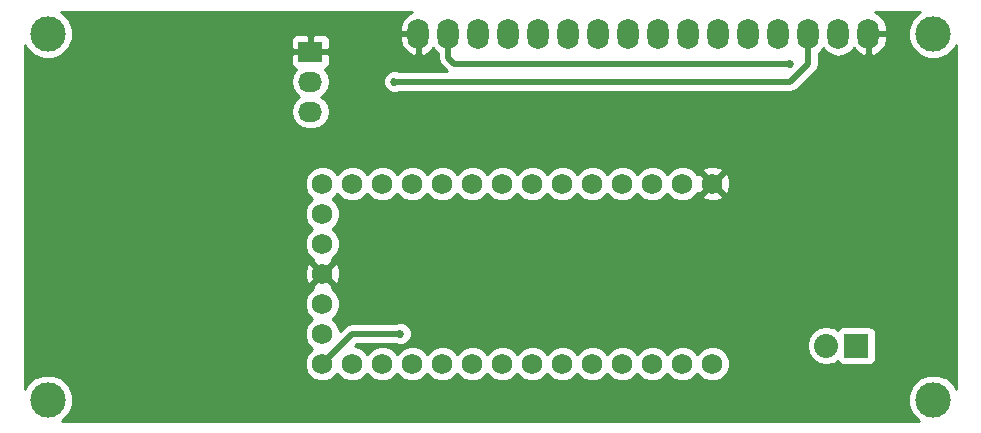
<source format=gbl>
G04 #@! TF.FileFunction,Copper,L2,Bot,Signal*
%FSLAX46Y46*%
G04 Gerber Fmt 4.6, Leading zero omitted, Abs format (unit mm)*
G04 Created by KiCad (PCBNEW 4.0.1-3.201512221402+6198~38~ubuntu14.04.1-stable) date Sat 30 Jul 2016 09:56:49 PM PDT*
%MOMM*%
G01*
G04 APERTURE LIST*
%ADD10C,0.100000*%
%ADD11R,2.032000X2.032000*%
%ADD12O,2.032000X2.032000*%
%ADD13O,1.800000X2.600000*%
%ADD14C,3.000000*%
%ADD15R,2.032000X1.727200*%
%ADD16O,2.032000X1.727200*%
%ADD17C,1.727200*%
%ADD18C,0.685800*%
%ADD19C,0.508000*%
%ADD20C,0.254000*%
G04 APERTURE END LIST*
D10*
D11*
X169164000Y-106172000D03*
D12*
X166624000Y-106172000D03*
D13*
X170180000Y-79756000D03*
X167640000Y-79756000D03*
X165100000Y-79756000D03*
X162560000Y-79756000D03*
X160020000Y-79756000D03*
X157480000Y-79756000D03*
X154940000Y-79756000D03*
X152400000Y-79756000D03*
X149860000Y-79756000D03*
X147320000Y-79756000D03*
X144780000Y-79756000D03*
X142240000Y-79756000D03*
X139700000Y-79756000D03*
X137160000Y-79756000D03*
X134620000Y-79756000D03*
X132080000Y-79756000D03*
D14*
X175679100Y-79756000D03*
X175679100Y-110756700D03*
X100680520Y-110756700D03*
X100680520Y-79756000D03*
D15*
X122936000Y-81280000D03*
D16*
X122936000Y-83820000D03*
X122936000Y-86360000D03*
D17*
X156972000Y-92456000D03*
X154432000Y-92456000D03*
X151892000Y-92456000D03*
X149352000Y-92456000D03*
X146812000Y-92456000D03*
X144272000Y-92456000D03*
X141732000Y-92456000D03*
X139192000Y-92456000D03*
X136652000Y-92456000D03*
X134112000Y-92456000D03*
X131572000Y-92456000D03*
X129032000Y-92456000D03*
X126492000Y-92456000D03*
X123952000Y-92456000D03*
X123952000Y-94996000D03*
X123952000Y-97536000D03*
X123952000Y-100076000D03*
X123952000Y-102616000D03*
X123952000Y-105156000D03*
X123952000Y-107696000D03*
X131572000Y-107696000D03*
X151892000Y-107696000D03*
X136652000Y-107696000D03*
X134112000Y-107696000D03*
X154432000Y-107696000D03*
X146812000Y-107696000D03*
X156972000Y-107696000D03*
X144272000Y-107696000D03*
X141732000Y-107696000D03*
X139192000Y-107696000D03*
X149352000Y-107696000D03*
X126492000Y-107696000D03*
X129032000Y-107696000D03*
D18*
X102616000Y-102616000D03*
X107188000Y-107696000D03*
X166624000Y-94488000D03*
X172720000Y-95504000D03*
X163576000Y-82296000D03*
X130048000Y-83820000D03*
X130556000Y-105156000D03*
D19*
X135128000Y-82296000D02*
X134620000Y-81788000D01*
X134620000Y-81788000D02*
X134620000Y-79756000D01*
X163576000Y-82296000D02*
X135128000Y-82296000D01*
X163576000Y-83820000D02*
X165100000Y-82296000D01*
X165100000Y-82296000D02*
X165100000Y-79756000D01*
X130048000Y-83820000D02*
X163576000Y-83820000D01*
X126492000Y-105156000D02*
X130556000Y-105156000D01*
X123952000Y-107696000D02*
X126492000Y-105156000D01*
D20*
G36*
X131084394Y-78180788D02*
X130710446Y-78651248D01*
X130545000Y-79229000D01*
X130545000Y-79629000D01*
X131953000Y-79629000D01*
X131953000Y-79609000D01*
X132207000Y-79609000D01*
X132207000Y-79629000D01*
X132227000Y-79629000D01*
X132227000Y-79883000D01*
X132207000Y-79883000D01*
X132207000Y-81526378D01*
X132444740Y-81647036D01*
X132550086Y-81622756D01*
X133075606Y-81331212D01*
X133343808Y-80993790D01*
X133534591Y-81279318D01*
X133731000Y-81410554D01*
X133731000Y-81788000D01*
X133798671Y-82128206D01*
X133991382Y-82416618D01*
X134499382Y-82924618D01*
X134508933Y-82931000D01*
X130457055Y-82931000D01*
X130243370Y-82842270D01*
X129854337Y-82841931D01*
X129494788Y-82990493D01*
X129219460Y-83265341D01*
X129070270Y-83624630D01*
X129069931Y-84013663D01*
X129218493Y-84373212D01*
X129493341Y-84648540D01*
X129852630Y-84797730D01*
X130241663Y-84798069D01*
X130457227Y-84709000D01*
X163576000Y-84709000D01*
X163916206Y-84641329D01*
X164204618Y-84448618D01*
X165728618Y-82924618D01*
X165921329Y-82636206D01*
X165989000Y-82296000D01*
X165989000Y-81410554D01*
X166185409Y-81279318D01*
X166370000Y-81003058D01*
X166554591Y-81279318D01*
X167052581Y-81612064D01*
X167640000Y-81728909D01*
X168227419Y-81612064D01*
X168725409Y-81279318D01*
X168916192Y-80993790D01*
X169184394Y-81331212D01*
X169709914Y-81622756D01*
X169815260Y-81647036D01*
X170053000Y-81526378D01*
X170053000Y-79883000D01*
X170307000Y-79883000D01*
X170307000Y-81526378D01*
X170544740Y-81647036D01*
X170650086Y-81622756D01*
X171175606Y-81331212D01*
X171549554Y-80860752D01*
X171715000Y-80283000D01*
X171715000Y-79883000D01*
X170307000Y-79883000D01*
X170053000Y-79883000D01*
X170033000Y-79883000D01*
X170033000Y-79629000D01*
X170053000Y-79629000D01*
X170053000Y-79609000D01*
X170307000Y-79609000D01*
X170307000Y-79629000D01*
X171715000Y-79629000D01*
X171715000Y-79229000D01*
X171549554Y-78651248D01*
X171175606Y-78180788D01*
X170716340Y-77926000D01*
X174517235Y-77926000D01*
X174471300Y-77944980D01*
X173870191Y-78545041D01*
X173544472Y-79329459D01*
X173543730Y-80178815D01*
X173868080Y-80963800D01*
X174468141Y-81564909D01*
X175252559Y-81890628D01*
X176101915Y-81891370D01*
X176886900Y-81567020D01*
X177488009Y-80966959D01*
X177598000Y-80702071D01*
X177598000Y-109809989D01*
X177490120Y-109548900D01*
X176890059Y-108947791D01*
X176105641Y-108622072D01*
X175256285Y-108621330D01*
X174471300Y-108945680D01*
X173870191Y-109545741D01*
X173544472Y-110330159D01*
X173543730Y-111179515D01*
X173868080Y-111964500D01*
X174468141Y-112565609D01*
X174488349Y-112574000D01*
X101873121Y-112574000D01*
X101888320Y-112567720D01*
X102489429Y-111967659D01*
X102815148Y-111183241D01*
X102815890Y-110333885D01*
X102491540Y-109548900D01*
X101891479Y-108947791D01*
X101107061Y-108622072D01*
X100257705Y-108621330D01*
X99472720Y-108945680D01*
X98871611Y-109545741D01*
X98754000Y-109828980D01*
X98754000Y-102912782D01*
X122453141Y-102912782D01*
X122680808Y-103463780D01*
X123102003Y-103885710D01*
X123102931Y-103886095D01*
X122682290Y-104306003D01*
X122453661Y-104856602D01*
X122453141Y-105452782D01*
X122680808Y-106003780D01*
X123102003Y-106425710D01*
X123102931Y-106426095D01*
X122682290Y-106846003D01*
X122453661Y-107396602D01*
X122453141Y-107992782D01*
X122680808Y-108543780D01*
X123102003Y-108965710D01*
X123652602Y-109194339D01*
X124248782Y-109194859D01*
X124799780Y-108967192D01*
X125221710Y-108545997D01*
X125222095Y-108545069D01*
X125642003Y-108965710D01*
X126192602Y-109194339D01*
X126788782Y-109194859D01*
X127339780Y-108967192D01*
X127761710Y-108545997D01*
X127762095Y-108545069D01*
X128182003Y-108965710D01*
X128732602Y-109194339D01*
X129328782Y-109194859D01*
X129879780Y-108967192D01*
X130301710Y-108545997D01*
X130302095Y-108545069D01*
X130722003Y-108965710D01*
X131272602Y-109194339D01*
X131868782Y-109194859D01*
X132419780Y-108967192D01*
X132841710Y-108545997D01*
X132842095Y-108545069D01*
X133262003Y-108965710D01*
X133812602Y-109194339D01*
X134408782Y-109194859D01*
X134959780Y-108967192D01*
X135381710Y-108545997D01*
X135382095Y-108545069D01*
X135802003Y-108965710D01*
X136352602Y-109194339D01*
X136948782Y-109194859D01*
X137499780Y-108967192D01*
X137921710Y-108545997D01*
X137922095Y-108545069D01*
X138342003Y-108965710D01*
X138892602Y-109194339D01*
X139488782Y-109194859D01*
X140039780Y-108967192D01*
X140461710Y-108545997D01*
X140462095Y-108545069D01*
X140882003Y-108965710D01*
X141432602Y-109194339D01*
X142028782Y-109194859D01*
X142579780Y-108967192D01*
X143001710Y-108545997D01*
X143002095Y-108545069D01*
X143422003Y-108965710D01*
X143972602Y-109194339D01*
X144568782Y-109194859D01*
X145119780Y-108967192D01*
X145541710Y-108545997D01*
X145542095Y-108545069D01*
X145962003Y-108965710D01*
X146512602Y-109194339D01*
X147108782Y-109194859D01*
X147659780Y-108967192D01*
X148081710Y-108545997D01*
X148082095Y-108545069D01*
X148502003Y-108965710D01*
X149052602Y-109194339D01*
X149648782Y-109194859D01*
X150199780Y-108967192D01*
X150621710Y-108545997D01*
X150622095Y-108545069D01*
X151042003Y-108965710D01*
X151592602Y-109194339D01*
X152188782Y-109194859D01*
X152739780Y-108967192D01*
X153161710Y-108545997D01*
X153162095Y-108545069D01*
X153582003Y-108965710D01*
X154132602Y-109194339D01*
X154728782Y-109194859D01*
X155279780Y-108967192D01*
X155701710Y-108545997D01*
X155702095Y-108545069D01*
X156122003Y-108965710D01*
X156672602Y-109194339D01*
X157268782Y-109194859D01*
X157819780Y-108967192D01*
X158241710Y-108545997D01*
X158470339Y-107995398D01*
X158470859Y-107399218D01*
X158243192Y-106848220D01*
X157821997Y-106426290D01*
X157271398Y-106197661D01*
X156675218Y-106197141D01*
X156124220Y-106424808D01*
X155702290Y-106846003D01*
X155701905Y-106846931D01*
X155281997Y-106426290D01*
X154731398Y-106197661D01*
X154135218Y-106197141D01*
X153584220Y-106424808D01*
X153162290Y-106846003D01*
X153161905Y-106846931D01*
X152741997Y-106426290D01*
X152191398Y-106197661D01*
X151595218Y-106197141D01*
X151044220Y-106424808D01*
X150622290Y-106846003D01*
X150621905Y-106846931D01*
X150201997Y-106426290D01*
X149651398Y-106197661D01*
X149055218Y-106197141D01*
X148504220Y-106424808D01*
X148082290Y-106846003D01*
X148081905Y-106846931D01*
X147661997Y-106426290D01*
X147111398Y-106197661D01*
X146515218Y-106197141D01*
X145964220Y-106424808D01*
X145542290Y-106846003D01*
X145541905Y-106846931D01*
X145121997Y-106426290D01*
X144571398Y-106197661D01*
X143975218Y-106197141D01*
X143424220Y-106424808D01*
X143002290Y-106846003D01*
X143001905Y-106846931D01*
X142581997Y-106426290D01*
X142031398Y-106197661D01*
X141435218Y-106197141D01*
X140884220Y-106424808D01*
X140462290Y-106846003D01*
X140461905Y-106846931D01*
X140041997Y-106426290D01*
X139491398Y-106197661D01*
X138895218Y-106197141D01*
X138344220Y-106424808D01*
X137922290Y-106846003D01*
X137921905Y-106846931D01*
X137501997Y-106426290D01*
X136951398Y-106197661D01*
X136355218Y-106197141D01*
X135804220Y-106424808D01*
X135382290Y-106846003D01*
X135381905Y-106846931D01*
X134961997Y-106426290D01*
X134411398Y-106197661D01*
X133815218Y-106197141D01*
X133264220Y-106424808D01*
X132842290Y-106846003D01*
X132841905Y-106846931D01*
X132421997Y-106426290D01*
X131871398Y-106197661D01*
X131275218Y-106197141D01*
X130724220Y-106424808D01*
X130302290Y-106846003D01*
X130301905Y-106846931D01*
X129881997Y-106426290D01*
X129331398Y-106197661D01*
X128735218Y-106197141D01*
X128184220Y-106424808D01*
X127762290Y-106846003D01*
X127761905Y-106846931D01*
X127341997Y-106426290D01*
X126791398Y-106197661D01*
X126707648Y-106197588D01*
X126765581Y-106139655D01*
X164973000Y-106139655D01*
X164973000Y-106204345D01*
X165098675Y-106836155D01*
X165456567Y-107371778D01*
X165992190Y-107729670D01*
X166624000Y-107855345D01*
X167255810Y-107729670D01*
X167595792Y-107502501D01*
X167683910Y-107639441D01*
X167896110Y-107784431D01*
X168148000Y-107835440D01*
X170180000Y-107835440D01*
X170415317Y-107791162D01*
X170631441Y-107652090D01*
X170776431Y-107439890D01*
X170827440Y-107188000D01*
X170827440Y-105156000D01*
X170783162Y-104920683D01*
X170644090Y-104704559D01*
X170431890Y-104559569D01*
X170180000Y-104508560D01*
X168148000Y-104508560D01*
X167912683Y-104552838D01*
X167696559Y-104691910D01*
X167594802Y-104840837D01*
X167255810Y-104614330D01*
X166624000Y-104488655D01*
X165992190Y-104614330D01*
X165456567Y-104972222D01*
X165098675Y-105507845D01*
X164973000Y-106139655D01*
X126765581Y-106139655D01*
X126860236Y-106045000D01*
X130146945Y-106045000D01*
X130360630Y-106133730D01*
X130749663Y-106134069D01*
X131109212Y-105985507D01*
X131384540Y-105710659D01*
X131533730Y-105351370D01*
X131534069Y-104962337D01*
X131385507Y-104602788D01*
X131110659Y-104327460D01*
X130751370Y-104178270D01*
X130362337Y-104177931D01*
X130146773Y-104267000D01*
X126492000Y-104267000D01*
X126151794Y-104334671D01*
X125863382Y-104527382D01*
X125450789Y-104939975D01*
X125450859Y-104859218D01*
X125223192Y-104308220D01*
X124801997Y-103886290D01*
X124801069Y-103885905D01*
X125221710Y-103465997D01*
X125450339Y-102915398D01*
X125450859Y-102319218D01*
X125223192Y-101768220D01*
X124801997Y-101346290D01*
X124761463Y-101329459D01*
X124826200Y-101129805D01*
X123952000Y-100255605D01*
X123077800Y-101129805D01*
X123142399Y-101329033D01*
X123104220Y-101344808D01*
X122682290Y-101766003D01*
X122453661Y-102316602D01*
X122453141Y-102912782D01*
X98754000Y-102912782D01*
X98754000Y-99844030D01*
X122441752Y-99844030D01*
X122467942Y-100439635D01*
X122645484Y-100868259D01*
X122898195Y-100950200D01*
X123772395Y-100076000D01*
X124131605Y-100076000D01*
X125005805Y-100950200D01*
X125258516Y-100868259D01*
X125462248Y-100307970D01*
X125436058Y-99712365D01*
X125258516Y-99283741D01*
X125005805Y-99201800D01*
X124131605Y-100076000D01*
X123772395Y-100076000D01*
X122898195Y-99201800D01*
X122645484Y-99283741D01*
X122441752Y-99844030D01*
X98754000Y-99844030D01*
X98754000Y-92752782D01*
X122453141Y-92752782D01*
X122680808Y-93303780D01*
X123102003Y-93725710D01*
X123102931Y-93726095D01*
X122682290Y-94146003D01*
X122453661Y-94696602D01*
X122453141Y-95292782D01*
X122680808Y-95843780D01*
X123102003Y-96265710D01*
X123102931Y-96266095D01*
X122682290Y-96686003D01*
X122453661Y-97236602D01*
X122453141Y-97832782D01*
X122680808Y-98383780D01*
X123102003Y-98805710D01*
X123142537Y-98822541D01*
X123077800Y-99022195D01*
X123952000Y-99896395D01*
X124826200Y-99022195D01*
X124761601Y-98822967D01*
X124799780Y-98807192D01*
X125221710Y-98385997D01*
X125450339Y-97835398D01*
X125450859Y-97239218D01*
X125223192Y-96688220D01*
X124801997Y-96266290D01*
X124801069Y-96265905D01*
X125221710Y-95845997D01*
X125450339Y-95295398D01*
X125450859Y-94699218D01*
X125223192Y-94148220D01*
X124801997Y-93726290D01*
X124801069Y-93725905D01*
X125221710Y-93305997D01*
X125222095Y-93305069D01*
X125642003Y-93725710D01*
X126192602Y-93954339D01*
X126788782Y-93954859D01*
X127339780Y-93727192D01*
X127761710Y-93305997D01*
X127762095Y-93305069D01*
X128182003Y-93725710D01*
X128732602Y-93954339D01*
X129328782Y-93954859D01*
X129879780Y-93727192D01*
X130301710Y-93305997D01*
X130302095Y-93305069D01*
X130722003Y-93725710D01*
X131272602Y-93954339D01*
X131868782Y-93954859D01*
X132419780Y-93727192D01*
X132841710Y-93305997D01*
X132842095Y-93305069D01*
X133262003Y-93725710D01*
X133812602Y-93954339D01*
X134408782Y-93954859D01*
X134959780Y-93727192D01*
X135381710Y-93305997D01*
X135382095Y-93305069D01*
X135802003Y-93725710D01*
X136352602Y-93954339D01*
X136948782Y-93954859D01*
X137499780Y-93727192D01*
X137921710Y-93305997D01*
X137922095Y-93305069D01*
X138342003Y-93725710D01*
X138892602Y-93954339D01*
X139488782Y-93954859D01*
X140039780Y-93727192D01*
X140461710Y-93305997D01*
X140462095Y-93305069D01*
X140882003Y-93725710D01*
X141432602Y-93954339D01*
X142028782Y-93954859D01*
X142579780Y-93727192D01*
X143001710Y-93305997D01*
X143002095Y-93305069D01*
X143422003Y-93725710D01*
X143972602Y-93954339D01*
X144568782Y-93954859D01*
X145119780Y-93727192D01*
X145541710Y-93305997D01*
X145542095Y-93305069D01*
X145962003Y-93725710D01*
X146512602Y-93954339D01*
X147108782Y-93954859D01*
X147659780Y-93727192D01*
X148081710Y-93305997D01*
X148082095Y-93305069D01*
X148502003Y-93725710D01*
X149052602Y-93954339D01*
X149648782Y-93954859D01*
X150199780Y-93727192D01*
X150621710Y-93305997D01*
X150622095Y-93305069D01*
X151042003Y-93725710D01*
X151592602Y-93954339D01*
X152188782Y-93954859D01*
X152739780Y-93727192D01*
X153161710Y-93305997D01*
X153162095Y-93305069D01*
X153582003Y-93725710D01*
X154132602Y-93954339D01*
X154728782Y-93954859D01*
X155279780Y-93727192D01*
X155497546Y-93509805D01*
X156097800Y-93509805D01*
X156179741Y-93762516D01*
X156740030Y-93966248D01*
X157335635Y-93940058D01*
X157764259Y-93762516D01*
X157846200Y-93509805D01*
X156972000Y-92635605D01*
X156097800Y-93509805D01*
X155497546Y-93509805D01*
X155701710Y-93305997D01*
X155718541Y-93265463D01*
X155918195Y-93330200D01*
X156792395Y-92456000D01*
X157151605Y-92456000D01*
X158025805Y-93330200D01*
X158278516Y-93248259D01*
X158482248Y-92687970D01*
X158456058Y-92092365D01*
X158278516Y-91663741D01*
X158025805Y-91581800D01*
X157151605Y-92456000D01*
X156792395Y-92456000D01*
X155918195Y-91581800D01*
X155718967Y-91646399D01*
X155703192Y-91608220D01*
X155497526Y-91402195D01*
X156097800Y-91402195D01*
X156972000Y-92276395D01*
X157846200Y-91402195D01*
X157764259Y-91149484D01*
X157203970Y-90945752D01*
X156608365Y-90971942D01*
X156179741Y-91149484D01*
X156097800Y-91402195D01*
X155497526Y-91402195D01*
X155281997Y-91186290D01*
X154731398Y-90957661D01*
X154135218Y-90957141D01*
X153584220Y-91184808D01*
X153162290Y-91606003D01*
X153161905Y-91606931D01*
X152741997Y-91186290D01*
X152191398Y-90957661D01*
X151595218Y-90957141D01*
X151044220Y-91184808D01*
X150622290Y-91606003D01*
X150621905Y-91606931D01*
X150201997Y-91186290D01*
X149651398Y-90957661D01*
X149055218Y-90957141D01*
X148504220Y-91184808D01*
X148082290Y-91606003D01*
X148081905Y-91606931D01*
X147661997Y-91186290D01*
X147111398Y-90957661D01*
X146515218Y-90957141D01*
X145964220Y-91184808D01*
X145542290Y-91606003D01*
X145541905Y-91606931D01*
X145121997Y-91186290D01*
X144571398Y-90957661D01*
X143975218Y-90957141D01*
X143424220Y-91184808D01*
X143002290Y-91606003D01*
X143001905Y-91606931D01*
X142581997Y-91186290D01*
X142031398Y-90957661D01*
X141435218Y-90957141D01*
X140884220Y-91184808D01*
X140462290Y-91606003D01*
X140461905Y-91606931D01*
X140041997Y-91186290D01*
X139491398Y-90957661D01*
X138895218Y-90957141D01*
X138344220Y-91184808D01*
X137922290Y-91606003D01*
X137921905Y-91606931D01*
X137501997Y-91186290D01*
X136951398Y-90957661D01*
X136355218Y-90957141D01*
X135804220Y-91184808D01*
X135382290Y-91606003D01*
X135381905Y-91606931D01*
X134961997Y-91186290D01*
X134411398Y-90957661D01*
X133815218Y-90957141D01*
X133264220Y-91184808D01*
X132842290Y-91606003D01*
X132841905Y-91606931D01*
X132421997Y-91186290D01*
X131871398Y-90957661D01*
X131275218Y-90957141D01*
X130724220Y-91184808D01*
X130302290Y-91606003D01*
X130301905Y-91606931D01*
X129881997Y-91186290D01*
X129331398Y-90957661D01*
X128735218Y-90957141D01*
X128184220Y-91184808D01*
X127762290Y-91606003D01*
X127761905Y-91606931D01*
X127341997Y-91186290D01*
X126791398Y-90957661D01*
X126195218Y-90957141D01*
X125644220Y-91184808D01*
X125222290Y-91606003D01*
X125221905Y-91606931D01*
X124801997Y-91186290D01*
X124251398Y-90957661D01*
X123655218Y-90957141D01*
X123104220Y-91184808D01*
X122682290Y-91606003D01*
X122453661Y-92156602D01*
X122453141Y-92752782D01*
X98754000Y-92752782D01*
X98754000Y-83820000D01*
X121252655Y-83820000D01*
X121366729Y-84393489D01*
X121691585Y-84879670D01*
X122006366Y-85090000D01*
X121691585Y-85300330D01*
X121366729Y-85786511D01*
X121252655Y-86360000D01*
X121366729Y-86933489D01*
X121691585Y-87419670D01*
X122177766Y-87744526D01*
X122751255Y-87858600D01*
X123120745Y-87858600D01*
X123694234Y-87744526D01*
X124180415Y-87419670D01*
X124505271Y-86933489D01*
X124619345Y-86360000D01*
X124505271Y-85786511D01*
X124180415Y-85300330D01*
X123865634Y-85090000D01*
X124180415Y-84879670D01*
X124505271Y-84393489D01*
X124619345Y-83820000D01*
X124505271Y-83246511D01*
X124180415Y-82760330D01*
X124158220Y-82745500D01*
X124311698Y-82681927D01*
X124490327Y-82503299D01*
X124587000Y-82269910D01*
X124587000Y-81565750D01*
X124428250Y-81407000D01*
X123063000Y-81407000D01*
X123063000Y-81427000D01*
X122809000Y-81427000D01*
X122809000Y-81407000D01*
X121443750Y-81407000D01*
X121285000Y-81565750D01*
X121285000Y-82269910D01*
X121381673Y-82503299D01*
X121560302Y-82681927D01*
X121713780Y-82745500D01*
X121691585Y-82760330D01*
X121366729Y-83246511D01*
X121252655Y-83820000D01*
X98754000Y-83820000D01*
X98754000Y-80684269D01*
X98869500Y-80963800D01*
X99469561Y-81564909D01*
X100253979Y-81890628D01*
X101103335Y-81891370D01*
X101888320Y-81567020D01*
X102489429Y-80966959D01*
X102770489Y-80290090D01*
X121285000Y-80290090D01*
X121285000Y-80994250D01*
X121443750Y-81153000D01*
X122809000Y-81153000D01*
X122809000Y-79940150D01*
X123063000Y-79940150D01*
X123063000Y-81153000D01*
X124428250Y-81153000D01*
X124587000Y-80994250D01*
X124587000Y-80290090D01*
X124490327Y-80056701D01*
X124316626Y-79883000D01*
X130545000Y-79883000D01*
X130545000Y-80283000D01*
X130710446Y-80860752D01*
X131084394Y-81331212D01*
X131609914Y-81622756D01*
X131715260Y-81647036D01*
X131953000Y-81526378D01*
X131953000Y-79883000D01*
X130545000Y-79883000D01*
X124316626Y-79883000D01*
X124311698Y-79878073D01*
X124078309Y-79781400D01*
X123221750Y-79781400D01*
X123063000Y-79940150D01*
X122809000Y-79940150D01*
X122650250Y-79781400D01*
X121793691Y-79781400D01*
X121560302Y-79878073D01*
X121381673Y-80056701D01*
X121285000Y-80290090D01*
X102770489Y-80290090D01*
X102815148Y-80182541D01*
X102815890Y-79333185D01*
X102491540Y-78548200D01*
X101891479Y-77947091D01*
X101840686Y-77926000D01*
X131543660Y-77926000D01*
X131084394Y-78180788D01*
X131084394Y-78180788D01*
G37*
X131084394Y-78180788D02*
X130710446Y-78651248D01*
X130545000Y-79229000D01*
X130545000Y-79629000D01*
X131953000Y-79629000D01*
X131953000Y-79609000D01*
X132207000Y-79609000D01*
X132207000Y-79629000D01*
X132227000Y-79629000D01*
X132227000Y-79883000D01*
X132207000Y-79883000D01*
X132207000Y-81526378D01*
X132444740Y-81647036D01*
X132550086Y-81622756D01*
X133075606Y-81331212D01*
X133343808Y-80993790D01*
X133534591Y-81279318D01*
X133731000Y-81410554D01*
X133731000Y-81788000D01*
X133798671Y-82128206D01*
X133991382Y-82416618D01*
X134499382Y-82924618D01*
X134508933Y-82931000D01*
X130457055Y-82931000D01*
X130243370Y-82842270D01*
X129854337Y-82841931D01*
X129494788Y-82990493D01*
X129219460Y-83265341D01*
X129070270Y-83624630D01*
X129069931Y-84013663D01*
X129218493Y-84373212D01*
X129493341Y-84648540D01*
X129852630Y-84797730D01*
X130241663Y-84798069D01*
X130457227Y-84709000D01*
X163576000Y-84709000D01*
X163916206Y-84641329D01*
X164204618Y-84448618D01*
X165728618Y-82924618D01*
X165921329Y-82636206D01*
X165989000Y-82296000D01*
X165989000Y-81410554D01*
X166185409Y-81279318D01*
X166370000Y-81003058D01*
X166554591Y-81279318D01*
X167052581Y-81612064D01*
X167640000Y-81728909D01*
X168227419Y-81612064D01*
X168725409Y-81279318D01*
X168916192Y-80993790D01*
X169184394Y-81331212D01*
X169709914Y-81622756D01*
X169815260Y-81647036D01*
X170053000Y-81526378D01*
X170053000Y-79883000D01*
X170307000Y-79883000D01*
X170307000Y-81526378D01*
X170544740Y-81647036D01*
X170650086Y-81622756D01*
X171175606Y-81331212D01*
X171549554Y-80860752D01*
X171715000Y-80283000D01*
X171715000Y-79883000D01*
X170307000Y-79883000D01*
X170053000Y-79883000D01*
X170033000Y-79883000D01*
X170033000Y-79629000D01*
X170053000Y-79629000D01*
X170053000Y-79609000D01*
X170307000Y-79609000D01*
X170307000Y-79629000D01*
X171715000Y-79629000D01*
X171715000Y-79229000D01*
X171549554Y-78651248D01*
X171175606Y-78180788D01*
X170716340Y-77926000D01*
X174517235Y-77926000D01*
X174471300Y-77944980D01*
X173870191Y-78545041D01*
X173544472Y-79329459D01*
X173543730Y-80178815D01*
X173868080Y-80963800D01*
X174468141Y-81564909D01*
X175252559Y-81890628D01*
X176101915Y-81891370D01*
X176886900Y-81567020D01*
X177488009Y-80966959D01*
X177598000Y-80702071D01*
X177598000Y-109809989D01*
X177490120Y-109548900D01*
X176890059Y-108947791D01*
X176105641Y-108622072D01*
X175256285Y-108621330D01*
X174471300Y-108945680D01*
X173870191Y-109545741D01*
X173544472Y-110330159D01*
X173543730Y-111179515D01*
X173868080Y-111964500D01*
X174468141Y-112565609D01*
X174488349Y-112574000D01*
X101873121Y-112574000D01*
X101888320Y-112567720D01*
X102489429Y-111967659D01*
X102815148Y-111183241D01*
X102815890Y-110333885D01*
X102491540Y-109548900D01*
X101891479Y-108947791D01*
X101107061Y-108622072D01*
X100257705Y-108621330D01*
X99472720Y-108945680D01*
X98871611Y-109545741D01*
X98754000Y-109828980D01*
X98754000Y-102912782D01*
X122453141Y-102912782D01*
X122680808Y-103463780D01*
X123102003Y-103885710D01*
X123102931Y-103886095D01*
X122682290Y-104306003D01*
X122453661Y-104856602D01*
X122453141Y-105452782D01*
X122680808Y-106003780D01*
X123102003Y-106425710D01*
X123102931Y-106426095D01*
X122682290Y-106846003D01*
X122453661Y-107396602D01*
X122453141Y-107992782D01*
X122680808Y-108543780D01*
X123102003Y-108965710D01*
X123652602Y-109194339D01*
X124248782Y-109194859D01*
X124799780Y-108967192D01*
X125221710Y-108545997D01*
X125222095Y-108545069D01*
X125642003Y-108965710D01*
X126192602Y-109194339D01*
X126788782Y-109194859D01*
X127339780Y-108967192D01*
X127761710Y-108545997D01*
X127762095Y-108545069D01*
X128182003Y-108965710D01*
X128732602Y-109194339D01*
X129328782Y-109194859D01*
X129879780Y-108967192D01*
X130301710Y-108545997D01*
X130302095Y-108545069D01*
X130722003Y-108965710D01*
X131272602Y-109194339D01*
X131868782Y-109194859D01*
X132419780Y-108967192D01*
X132841710Y-108545997D01*
X132842095Y-108545069D01*
X133262003Y-108965710D01*
X133812602Y-109194339D01*
X134408782Y-109194859D01*
X134959780Y-108967192D01*
X135381710Y-108545997D01*
X135382095Y-108545069D01*
X135802003Y-108965710D01*
X136352602Y-109194339D01*
X136948782Y-109194859D01*
X137499780Y-108967192D01*
X137921710Y-108545997D01*
X137922095Y-108545069D01*
X138342003Y-108965710D01*
X138892602Y-109194339D01*
X139488782Y-109194859D01*
X140039780Y-108967192D01*
X140461710Y-108545997D01*
X140462095Y-108545069D01*
X140882003Y-108965710D01*
X141432602Y-109194339D01*
X142028782Y-109194859D01*
X142579780Y-108967192D01*
X143001710Y-108545997D01*
X143002095Y-108545069D01*
X143422003Y-108965710D01*
X143972602Y-109194339D01*
X144568782Y-109194859D01*
X145119780Y-108967192D01*
X145541710Y-108545997D01*
X145542095Y-108545069D01*
X145962003Y-108965710D01*
X146512602Y-109194339D01*
X147108782Y-109194859D01*
X147659780Y-108967192D01*
X148081710Y-108545997D01*
X148082095Y-108545069D01*
X148502003Y-108965710D01*
X149052602Y-109194339D01*
X149648782Y-109194859D01*
X150199780Y-108967192D01*
X150621710Y-108545997D01*
X150622095Y-108545069D01*
X151042003Y-108965710D01*
X151592602Y-109194339D01*
X152188782Y-109194859D01*
X152739780Y-108967192D01*
X153161710Y-108545997D01*
X153162095Y-108545069D01*
X153582003Y-108965710D01*
X154132602Y-109194339D01*
X154728782Y-109194859D01*
X155279780Y-108967192D01*
X155701710Y-108545997D01*
X155702095Y-108545069D01*
X156122003Y-108965710D01*
X156672602Y-109194339D01*
X157268782Y-109194859D01*
X157819780Y-108967192D01*
X158241710Y-108545997D01*
X158470339Y-107995398D01*
X158470859Y-107399218D01*
X158243192Y-106848220D01*
X157821997Y-106426290D01*
X157271398Y-106197661D01*
X156675218Y-106197141D01*
X156124220Y-106424808D01*
X155702290Y-106846003D01*
X155701905Y-106846931D01*
X155281997Y-106426290D01*
X154731398Y-106197661D01*
X154135218Y-106197141D01*
X153584220Y-106424808D01*
X153162290Y-106846003D01*
X153161905Y-106846931D01*
X152741997Y-106426290D01*
X152191398Y-106197661D01*
X151595218Y-106197141D01*
X151044220Y-106424808D01*
X150622290Y-106846003D01*
X150621905Y-106846931D01*
X150201997Y-106426290D01*
X149651398Y-106197661D01*
X149055218Y-106197141D01*
X148504220Y-106424808D01*
X148082290Y-106846003D01*
X148081905Y-106846931D01*
X147661997Y-106426290D01*
X147111398Y-106197661D01*
X146515218Y-106197141D01*
X145964220Y-106424808D01*
X145542290Y-106846003D01*
X145541905Y-106846931D01*
X145121997Y-106426290D01*
X144571398Y-106197661D01*
X143975218Y-106197141D01*
X143424220Y-106424808D01*
X143002290Y-106846003D01*
X143001905Y-106846931D01*
X142581997Y-106426290D01*
X142031398Y-106197661D01*
X141435218Y-106197141D01*
X140884220Y-106424808D01*
X140462290Y-106846003D01*
X140461905Y-106846931D01*
X140041997Y-106426290D01*
X139491398Y-106197661D01*
X138895218Y-106197141D01*
X138344220Y-106424808D01*
X137922290Y-106846003D01*
X137921905Y-106846931D01*
X137501997Y-106426290D01*
X136951398Y-106197661D01*
X136355218Y-106197141D01*
X135804220Y-106424808D01*
X135382290Y-106846003D01*
X135381905Y-106846931D01*
X134961997Y-106426290D01*
X134411398Y-106197661D01*
X133815218Y-106197141D01*
X133264220Y-106424808D01*
X132842290Y-106846003D01*
X132841905Y-106846931D01*
X132421997Y-106426290D01*
X131871398Y-106197661D01*
X131275218Y-106197141D01*
X130724220Y-106424808D01*
X130302290Y-106846003D01*
X130301905Y-106846931D01*
X129881997Y-106426290D01*
X129331398Y-106197661D01*
X128735218Y-106197141D01*
X128184220Y-106424808D01*
X127762290Y-106846003D01*
X127761905Y-106846931D01*
X127341997Y-106426290D01*
X126791398Y-106197661D01*
X126707648Y-106197588D01*
X126765581Y-106139655D01*
X164973000Y-106139655D01*
X164973000Y-106204345D01*
X165098675Y-106836155D01*
X165456567Y-107371778D01*
X165992190Y-107729670D01*
X166624000Y-107855345D01*
X167255810Y-107729670D01*
X167595792Y-107502501D01*
X167683910Y-107639441D01*
X167896110Y-107784431D01*
X168148000Y-107835440D01*
X170180000Y-107835440D01*
X170415317Y-107791162D01*
X170631441Y-107652090D01*
X170776431Y-107439890D01*
X170827440Y-107188000D01*
X170827440Y-105156000D01*
X170783162Y-104920683D01*
X170644090Y-104704559D01*
X170431890Y-104559569D01*
X170180000Y-104508560D01*
X168148000Y-104508560D01*
X167912683Y-104552838D01*
X167696559Y-104691910D01*
X167594802Y-104840837D01*
X167255810Y-104614330D01*
X166624000Y-104488655D01*
X165992190Y-104614330D01*
X165456567Y-104972222D01*
X165098675Y-105507845D01*
X164973000Y-106139655D01*
X126765581Y-106139655D01*
X126860236Y-106045000D01*
X130146945Y-106045000D01*
X130360630Y-106133730D01*
X130749663Y-106134069D01*
X131109212Y-105985507D01*
X131384540Y-105710659D01*
X131533730Y-105351370D01*
X131534069Y-104962337D01*
X131385507Y-104602788D01*
X131110659Y-104327460D01*
X130751370Y-104178270D01*
X130362337Y-104177931D01*
X130146773Y-104267000D01*
X126492000Y-104267000D01*
X126151794Y-104334671D01*
X125863382Y-104527382D01*
X125450789Y-104939975D01*
X125450859Y-104859218D01*
X125223192Y-104308220D01*
X124801997Y-103886290D01*
X124801069Y-103885905D01*
X125221710Y-103465997D01*
X125450339Y-102915398D01*
X125450859Y-102319218D01*
X125223192Y-101768220D01*
X124801997Y-101346290D01*
X124761463Y-101329459D01*
X124826200Y-101129805D01*
X123952000Y-100255605D01*
X123077800Y-101129805D01*
X123142399Y-101329033D01*
X123104220Y-101344808D01*
X122682290Y-101766003D01*
X122453661Y-102316602D01*
X122453141Y-102912782D01*
X98754000Y-102912782D01*
X98754000Y-99844030D01*
X122441752Y-99844030D01*
X122467942Y-100439635D01*
X122645484Y-100868259D01*
X122898195Y-100950200D01*
X123772395Y-100076000D01*
X124131605Y-100076000D01*
X125005805Y-100950200D01*
X125258516Y-100868259D01*
X125462248Y-100307970D01*
X125436058Y-99712365D01*
X125258516Y-99283741D01*
X125005805Y-99201800D01*
X124131605Y-100076000D01*
X123772395Y-100076000D01*
X122898195Y-99201800D01*
X122645484Y-99283741D01*
X122441752Y-99844030D01*
X98754000Y-99844030D01*
X98754000Y-92752782D01*
X122453141Y-92752782D01*
X122680808Y-93303780D01*
X123102003Y-93725710D01*
X123102931Y-93726095D01*
X122682290Y-94146003D01*
X122453661Y-94696602D01*
X122453141Y-95292782D01*
X122680808Y-95843780D01*
X123102003Y-96265710D01*
X123102931Y-96266095D01*
X122682290Y-96686003D01*
X122453661Y-97236602D01*
X122453141Y-97832782D01*
X122680808Y-98383780D01*
X123102003Y-98805710D01*
X123142537Y-98822541D01*
X123077800Y-99022195D01*
X123952000Y-99896395D01*
X124826200Y-99022195D01*
X124761601Y-98822967D01*
X124799780Y-98807192D01*
X125221710Y-98385997D01*
X125450339Y-97835398D01*
X125450859Y-97239218D01*
X125223192Y-96688220D01*
X124801997Y-96266290D01*
X124801069Y-96265905D01*
X125221710Y-95845997D01*
X125450339Y-95295398D01*
X125450859Y-94699218D01*
X125223192Y-94148220D01*
X124801997Y-93726290D01*
X124801069Y-93725905D01*
X125221710Y-93305997D01*
X125222095Y-93305069D01*
X125642003Y-93725710D01*
X126192602Y-93954339D01*
X126788782Y-93954859D01*
X127339780Y-93727192D01*
X127761710Y-93305997D01*
X127762095Y-93305069D01*
X128182003Y-93725710D01*
X128732602Y-93954339D01*
X129328782Y-93954859D01*
X129879780Y-93727192D01*
X130301710Y-93305997D01*
X130302095Y-93305069D01*
X130722003Y-93725710D01*
X131272602Y-93954339D01*
X131868782Y-93954859D01*
X132419780Y-93727192D01*
X132841710Y-93305997D01*
X132842095Y-93305069D01*
X133262003Y-93725710D01*
X133812602Y-93954339D01*
X134408782Y-93954859D01*
X134959780Y-93727192D01*
X135381710Y-93305997D01*
X135382095Y-93305069D01*
X135802003Y-93725710D01*
X136352602Y-93954339D01*
X136948782Y-93954859D01*
X137499780Y-93727192D01*
X137921710Y-93305997D01*
X137922095Y-93305069D01*
X138342003Y-93725710D01*
X138892602Y-93954339D01*
X139488782Y-93954859D01*
X140039780Y-93727192D01*
X140461710Y-93305997D01*
X140462095Y-93305069D01*
X140882003Y-93725710D01*
X141432602Y-93954339D01*
X142028782Y-93954859D01*
X142579780Y-93727192D01*
X143001710Y-93305997D01*
X143002095Y-93305069D01*
X143422003Y-93725710D01*
X143972602Y-93954339D01*
X144568782Y-93954859D01*
X145119780Y-93727192D01*
X145541710Y-93305997D01*
X145542095Y-93305069D01*
X145962003Y-93725710D01*
X146512602Y-93954339D01*
X147108782Y-93954859D01*
X147659780Y-93727192D01*
X148081710Y-93305997D01*
X148082095Y-93305069D01*
X148502003Y-93725710D01*
X149052602Y-93954339D01*
X149648782Y-93954859D01*
X150199780Y-93727192D01*
X150621710Y-93305997D01*
X150622095Y-93305069D01*
X151042003Y-93725710D01*
X151592602Y-93954339D01*
X152188782Y-93954859D01*
X152739780Y-93727192D01*
X153161710Y-93305997D01*
X153162095Y-93305069D01*
X153582003Y-93725710D01*
X154132602Y-93954339D01*
X154728782Y-93954859D01*
X155279780Y-93727192D01*
X155497546Y-93509805D01*
X156097800Y-93509805D01*
X156179741Y-93762516D01*
X156740030Y-93966248D01*
X157335635Y-93940058D01*
X157764259Y-93762516D01*
X157846200Y-93509805D01*
X156972000Y-92635605D01*
X156097800Y-93509805D01*
X155497546Y-93509805D01*
X155701710Y-93305997D01*
X155718541Y-93265463D01*
X155918195Y-93330200D01*
X156792395Y-92456000D01*
X157151605Y-92456000D01*
X158025805Y-93330200D01*
X158278516Y-93248259D01*
X158482248Y-92687970D01*
X158456058Y-92092365D01*
X158278516Y-91663741D01*
X158025805Y-91581800D01*
X157151605Y-92456000D01*
X156792395Y-92456000D01*
X155918195Y-91581800D01*
X155718967Y-91646399D01*
X155703192Y-91608220D01*
X155497526Y-91402195D01*
X156097800Y-91402195D01*
X156972000Y-92276395D01*
X157846200Y-91402195D01*
X157764259Y-91149484D01*
X157203970Y-90945752D01*
X156608365Y-90971942D01*
X156179741Y-91149484D01*
X156097800Y-91402195D01*
X155497526Y-91402195D01*
X155281997Y-91186290D01*
X154731398Y-90957661D01*
X154135218Y-90957141D01*
X153584220Y-91184808D01*
X153162290Y-91606003D01*
X153161905Y-91606931D01*
X152741997Y-91186290D01*
X152191398Y-90957661D01*
X151595218Y-90957141D01*
X151044220Y-91184808D01*
X150622290Y-91606003D01*
X150621905Y-91606931D01*
X150201997Y-91186290D01*
X149651398Y-90957661D01*
X149055218Y-90957141D01*
X148504220Y-91184808D01*
X148082290Y-91606003D01*
X148081905Y-91606931D01*
X147661997Y-91186290D01*
X147111398Y-90957661D01*
X146515218Y-90957141D01*
X145964220Y-91184808D01*
X145542290Y-91606003D01*
X145541905Y-91606931D01*
X145121997Y-91186290D01*
X144571398Y-90957661D01*
X143975218Y-90957141D01*
X143424220Y-91184808D01*
X143002290Y-91606003D01*
X143001905Y-91606931D01*
X142581997Y-91186290D01*
X142031398Y-90957661D01*
X141435218Y-90957141D01*
X140884220Y-91184808D01*
X140462290Y-91606003D01*
X140461905Y-91606931D01*
X140041997Y-91186290D01*
X139491398Y-90957661D01*
X138895218Y-90957141D01*
X138344220Y-91184808D01*
X137922290Y-91606003D01*
X137921905Y-91606931D01*
X137501997Y-91186290D01*
X136951398Y-90957661D01*
X136355218Y-90957141D01*
X135804220Y-91184808D01*
X135382290Y-91606003D01*
X135381905Y-91606931D01*
X134961997Y-91186290D01*
X134411398Y-90957661D01*
X133815218Y-90957141D01*
X133264220Y-91184808D01*
X132842290Y-91606003D01*
X132841905Y-91606931D01*
X132421997Y-91186290D01*
X131871398Y-90957661D01*
X131275218Y-90957141D01*
X130724220Y-91184808D01*
X130302290Y-91606003D01*
X130301905Y-91606931D01*
X129881997Y-91186290D01*
X129331398Y-90957661D01*
X128735218Y-90957141D01*
X128184220Y-91184808D01*
X127762290Y-91606003D01*
X127761905Y-91606931D01*
X127341997Y-91186290D01*
X126791398Y-90957661D01*
X126195218Y-90957141D01*
X125644220Y-91184808D01*
X125222290Y-91606003D01*
X125221905Y-91606931D01*
X124801997Y-91186290D01*
X124251398Y-90957661D01*
X123655218Y-90957141D01*
X123104220Y-91184808D01*
X122682290Y-91606003D01*
X122453661Y-92156602D01*
X122453141Y-92752782D01*
X98754000Y-92752782D01*
X98754000Y-83820000D01*
X121252655Y-83820000D01*
X121366729Y-84393489D01*
X121691585Y-84879670D01*
X122006366Y-85090000D01*
X121691585Y-85300330D01*
X121366729Y-85786511D01*
X121252655Y-86360000D01*
X121366729Y-86933489D01*
X121691585Y-87419670D01*
X122177766Y-87744526D01*
X122751255Y-87858600D01*
X123120745Y-87858600D01*
X123694234Y-87744526D01*
X124180415Y-87419670D01*
X124505271Y-86933489D01*
X124619345Y-86360000D01*
X124505271Y-85786511D01*
X124180415Y-85300330D01*
X123865634Y-85090000D01*
X124180415Y-84879670D01*
X124505271Y-84393489D01*
X124619345Y-83820000D01*
X124505271Y-83246511D01*
X124180415Y-82760330D01*
X124158220Y-82745500D01*
X124311698Y-82681927D01*
X124490327Y-82503299D01*
X124587000Y-82269910D01*
X124587000Y-81565750D01*
X124428250Y-81407000D01*
X123063000Y-81407000D01*
X123063000Y-81427000D01*
X122809000Y-81427000D01*
X122809000Y-81407000D01*
X121443750Y-81407000D01*
X121285000Y-81565750D01*
X121285000Y-82269910D01*
X121381673Y-82503299D01*
X121560302Y-82681927D01*
X121713780Y-82745500D01*
X121691585Y-82760330D01*
X121366729Y-83246511D01*
X121252655Y-83820000D01*
X98754000Y-83820000D01*
X98754000Y-80684269D01*
X98869500Y-80963800D01*
X99469561Y-81564909D01*
X100253979Y-81890628D01*
X101103335Y-81891370D01*
X101888320Y-81567020D01*
X102489429Y-80966959D01*
X102770489Y-80290090D01*
X121285000Y-80290090D01*
X121285000Y-80994250D01*
X121443750Y-81153000D01*
X122809000Y-81153000D01*
X122809000Y-79940150D01*
X123063000Y-79940150D01*
X123063000Y-81153000D01*
X124428250Y-81153000D01*
X124587000Y-80994250D01*
X124587000Y-80290090D01*
X124490327Y-80056701D01*
X124316626Y-79883000D01*
X130545000Y-79883000D01*
X130545000Y-80283000D01*
X130710446Y-80860752D01*
X131084394Y-81331212D01*
X131609914Y-81622756D01*
X131715260Y-81647036D01*
X131953000Y-81526378D01*
X131953000Y-79883000D01*
X130545000Y-79883000D01*
X124316626Y-79883000D01*
X124311698Y-79878073D01*
X124078309Y-79781400D01*
X123221750Y-79781400D01*
X123063000Y-79940150D01*
X122809000Y-79940150D01*
X122650250Y-79781400D01*
X121793691Y-79781400D01*
X121560302Y-79878073D01*
X121381673Y-80056701D01*
X121285000Y-80290090D01*
X102770489Y-80290090D01*
X102815148Y-80182541D01*
X102815890Y-79333185D01*
X102491540Y-78548200D01*
X101891479Y-77947091D01*
X101840686Y-77926000D01*
X131543660Y-77926000D01*
X131084394Y-78180788D01*
M02*

</source>
